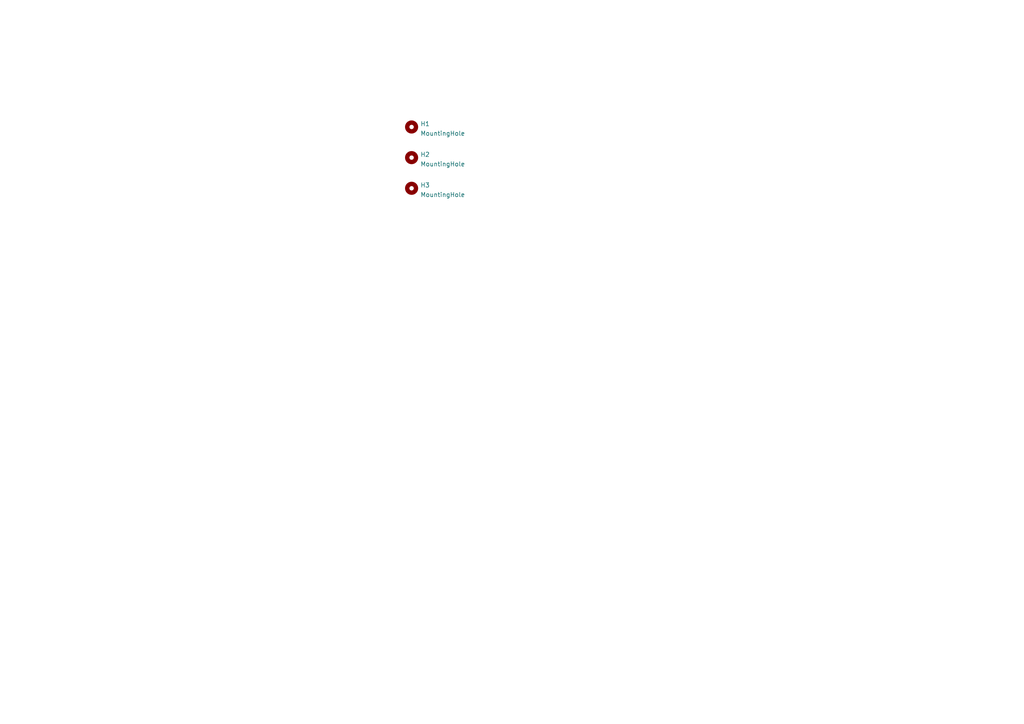
<source format=kicad_sch>
(kicad_sch (version 20210621) (generator eeschema)
  (paper "A4")
  (lib_symbols
    (symbol "Mechanical:MountingHole" (pin_names (offset 1.016))
      (property "Reference" "H" (at 0 5.08 0))
      (property "Value" "MountingHole" (at 0 3.175 0))
      (symbol "MountingHole_0_1"
        (circle (center 0 0) (radius 1.27) (stroke (width 1.27)))
      )
    )
  )
  (symbol (lib_id "Mechanical:MountingHole") (at 119.38 36.83 0) (unit 1)
    (property "Reference" "H1" (at 121.9201 35.9215 0) (effects (justify left)))
    (property "Value" "MountingHole" (at 121.9201 38.6966 0) (effects (justify left)))
    (property "Footprint" "Envoy:MountingHole_Reinforced_2.5mm" (effects hide))
  )
  (symbol (lib_id "Mechanical:MountingHole") (at 119.38 45.72 0) (unit 1)
    (property "Reference" "H2" (at 121.9201 44.8115 0) (effects (justify left)))
    (property "Value" "MountingHole" (at 121.9201 47.5866 0) (effects (justify left)))
    (property "Footprint" "Envoy:MountingHole_Reinforced_2.5mm" (effects hide))
  )
  (symbol (lib_id "Mechanical:MountingHole") (at 119.38 54.61 0) (unit 1)
    (property "Reference" "H3" (at 121.9201 53.7015 0) (effects (justify left)))
    (property "Value" "MountingHole" (at 121.9201 56.4766 0) (effects (justify left)))
    (property "Footprint" "Envoy:MountingHole_Reinforced_2.5mm" (effects hide))
  )
)
</source>
